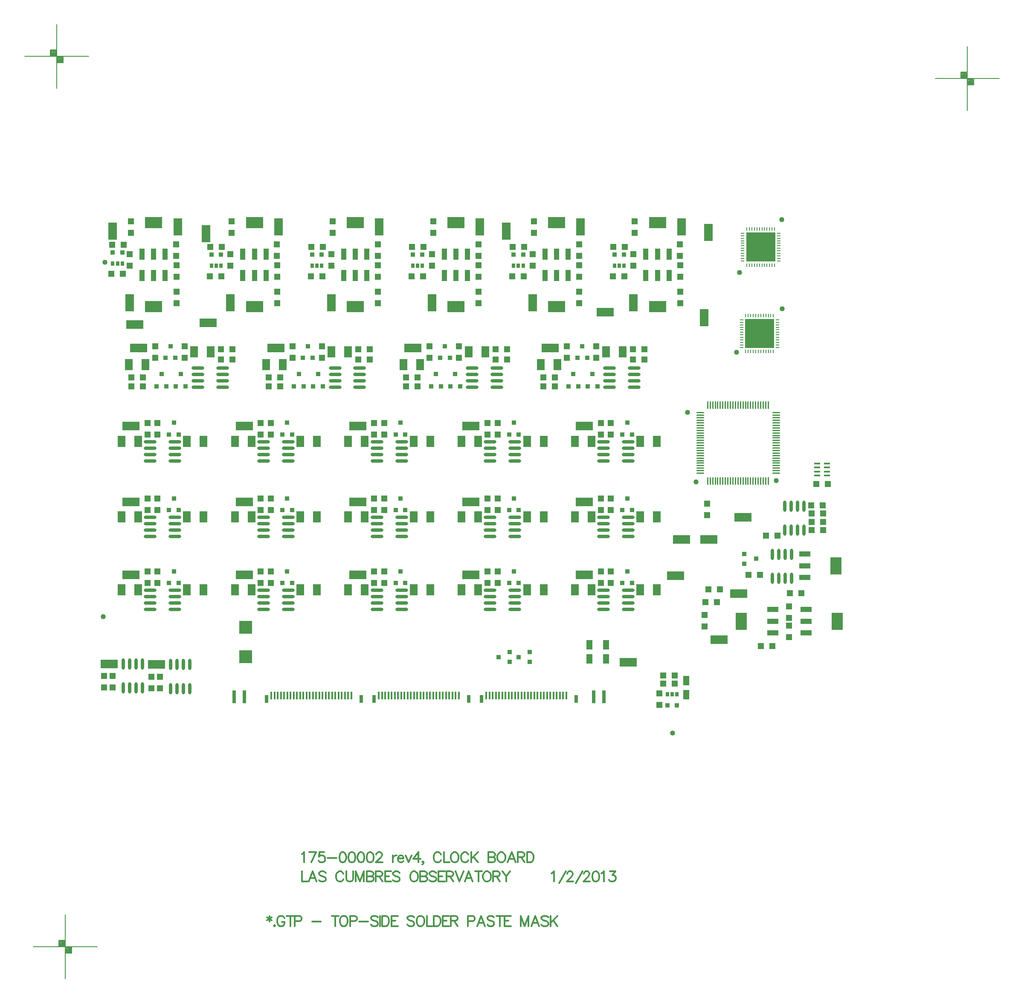
<source format=gtp>
%FSLAX23Y23*%
%MOIN*%
G70*
G01*
G75*
G04 Layer_Color=8421504*
%ADD10O,0.061X0.010*%
%ADD11O,0.010X0.061*%
%ADD12R,0.035X0.037*%
%ADD13R,0.035X0.037*%
%ADD14R,0.085X0.043*%
%ADD15R,0.085X0.043*%
%ADD16R,0.085X0.138*%
%ADD17R,0.135X0.070*%
%ADD18R,0.036X0.036*%
%ADD19R,0.028X0.036*%
%ADD20R,0.036X0.036*%
%ADD21R,0.100X0.100*%
%ADD22R,0.048X0.078*%
%ADD23R,0.060X0.086*%
%ADD24O,0.024X0.087*%
%ADD25R,0.045X0.017*%
%ADD26R,0.030X0.100*%
%ADD27R,0.014X0.060*%
%ADD28R,0.031X0.060*%
%ADD29O,0.008X0.033*%
%ADD30O,0.033X0.008*%
%ADD31R,0.228X0.228*%
%ADD32O,0.098X0.028*%
%ADD33R,0.050X0.050*%
%ADD34R,0.050X0.050*%
%ADD35R,0.037X0.035*%
%ADD36R,0.037X0.035*%
%ADD37R,0.070X0.135*%
%ADD38R,0.138X0.085*%
%ADD39R,0.043X0.085*%
%ADD40R,0.043X0.085*%
%ADD41C,0.040*%
%ADD42C,0.005*%
%ADD43C,0.010*%
%ADD44C,0.020*%
%ADD45C,0.007*%
%ADD46C,0.012*%
%ADD47R,1.181X0.787*%
%ADD48C,0.008*%
%ADD49C,0.012*%
%ADD50C,0.012*%
%ADD51C,0.020*%
%ADD52C,0.026*%
%ADD53C,0.059*%
%ADD54R,0.059X0.059*%
%ADD55C,0.050*%
%ADD56C,0.236*%
%ADD57C,0.024*%
%ADD58C,0.040*%
%ADD59C,0.030*%
%ADD60C,0.033*%
%ADD61C,0.055*%
G04:AMPARAMS|DCode=62|XSize=70mil|YSize=70mil|CornerRadius=0mil|HoleSize=0mil|Usage=FLASHONLY|Rotation=0.000|XOffset=0mil|YOffset=0mil|HoleType=Round|Shape=Relief|Width=10mil|Gap=10mil|Entries=4|*
%AMTHD62*
7,0,0,0.070,0.050,0.010,45*
%
%ADD62THD62*%
G04:AMPARAMS|DCode=63|XSize=95.433mil|YSize=95.433mil|CornerRadius=0mil|HoleSize=0mil|Usage=FLASHONLY|Rotation=0.000|XOffset=0mil|YOffset=0mil|HoleType=Round|Shape=Relief|Width=10mil|Gap=10mil|Entries=4|*
%AMTHD63*
7,0,0,0.095,0.075,0.010,45*
%
%ADD63THD63*%
%ADD64C,0.045*%
%ADD65R,0.065X0.024*%
%ADD66R,0.094X0.102*%
%ADD67R,0.075X0.063*%
%ADD68O,0.028X0.098*%
%ADD69O,0.087X0.024*%
%ADD70R,0.078X0.048*%
%ADD71R,1.181X0.787*%
%ADD72C,0.010*%
%ADD73C,0.024*%
%ADD74C,0.010*%
%ADD75C,0.008*%
%ADD76C,0.006*%
%ADD77R,0.240X0.165*%
D10*
X26074Y18011D02*
D03*
Y17992D02*
D03*
Y17972D02*
D03*
Y17952D02*
D03*
Y17933D02*
D03*
Y17913D02*
D03*
Y17893D02*
D03*
Y17874D02*
D03*
Y17854D02*
D03*
Y17834D02*
D03*
Y17815D02*
D03*
Y17795D02*
D03*
Y17775D02*
D03*
Y17755D02*
D03*
Y17736D02*
D03*
Y17716D02*
D03*
Y17696D02*
D03*
Y17677D02*
D03*
Y17657D02*
D03*
Y17637D02*
D03*
Y17618D02*
D03*
Y17598D02*
D03*
Y17578D02*
D03*
Y17559D02*
D03*
Y17539D02*
D03*
X26667D02*
D03*
Y17559D02*
D03*
Y17578D02*
D03*
Y17598D02*
D03*
Y17618D02*
D03*
Y17637D02*
D03*
Y17657D02*
D03*
Y17677D02*
D03*
Y17696D02*
D03*
Y17716D02*
D03*
Y17736D02*
D03*
Y17755D02*
D03*
Y17775D02*
D03*
Y17795D02*
D03*
Y17815D02*
D03*
Y17834D02*
D03*
Y17854D02*
D03*
Y17874D02*
D03*
Y17893D02*
D03*
Y17913D02*
D03*
Y17933D02*
D03*
Y17952D02*
D03*
Y17972D02*
D03*
Y17992D02*
D03*
Y18011D02*
D03*
D11*
X26134Y17479D02*
D03*
X26154D02*
D03*
X26174D02*
D03*
X26194D02*
D03*
X26213D02*
D03*
X26233D02*
D03*
X26253D02*
D03*
X26272D02*
D03*
X26292D02*
D03*
X26312D02*
D03*
X26331D02*
D03*
X26351D02*
D03*
X26371D02*
D03*
X26390D02*
D03*
X26410D02*
D03*
X26430D02*
D03*
X26449D02*
D03*
X26469D02*
D03*
X26489D02*
D03*
X26508D02*
D03*
X26528D02*
D03*
X26548D02*
D03*
X26568D02*
D03*
X26587D02*
D03*
X26607D02*
D03*
Y18071D02*
D03*
X26587D02*
D03*
X26568D02*
D03*
X26548D02*
D03*
X26528D02*
D03*
X26508D02*
D03*
X26489D02*
D03*
X26469D02*
D03*
X26449D02*
D03*
X26430D02*
D03*
X26410D02*
D03*
X26390D02*
D03*
X26371D02*
D03*
X26351D02*
D03*
X26331D02*
D03*
X26312D02*
D03*
X26292D02*
D03*
X26272D02*
D03*
X26253D02*
D03*
X26233D02*
D03*
X26213D02*
D03*
X26194D02*
D03*
X26174D02*
D03*
X26154D02*
D03*
X26134D02*
D03*
D12*
X25504Y17935D02*
D03*
X25466Y17842D02*
D03*
X25195Y18219D02*
D03*
X25232Y18317D02*
D03*
X24580Y16681D02*
D03*
X24618Y16773D02*
D03*
X23695Y16681D02*
D03*
X23732Y16773D02*
D03*
X23695Y17252D02*
D03*
X23732Y17344D02*
D03*
X22809Y17252D02*
D03*
X22846Y17344D02*
D03*
X25466Y16681D02*
D03*
X25504Y16773D02*
D03*
X22809Y16681D02*
D03*
X22846Y16773D02*
D03*
X21923Y16681D02*
D03*
X21960Y16773D02*
D03*
X25466Y17252D02*
D03*
X25504Y17344D02*
D03*
X24580Y17252D02*
D03*
X24618Y17344D02*
D03*
X21923Y17252D02*
D03*
X21960Y17344D02*
D03*
X21826Y18219D02*
D03*
X21864Y18317D02*
D03*
X22899Y18219D02*
D03*
X22937Y18317D02*
D03*
X23972Y18219D02*
D03*
X24009Y18317D02*
D03*
X25045Y18219D02*
D03*
X25082Y18317D02*
D03*
X21976Y18219D02*
D03*
X22014Y18317D02*
D03*
X23049Y18219D02*
D03*
X23087Y18317D02*
D03*
X24122Y18219D02*
D03*
X24159Y18317D02*
D03*
X21960Y17935D02*
D03*
X21923Y17842D02*
D03*
X23732Y17935D02*
D03*
X23695Y17842D02*
D03*
X24618Y17935D02*
D03*
X24580Y17842D02*
D03*
X21934Y18534D02*
D03*
X21896Y18442D02*
D03*
X23007Y18534D02*
D03*
X22969Y18442D02*
D03*
X24079Y18534D02*
D03*
X24042Y18442D02*
D03*
X25152Y18534D02*
D03*
X25115Y18442D02*
D03*
X22846Y17935D02*
D03*
X22809Y17842D02*
D03*
D13*
X25541D02*
D03*
X25270Y18219D02*
D03*
X24655Y16681D02*
D03*
X23769D02*
D03*
X23769Y17252D02*
D03*
X22884Y17252D02*
D03*
X25541Y16681D02*
D03*
X22884D02*
D03*
X21998D02*
D03*
X25541Y17252D02*
D03*
X24655D02*
D03*
X21998D02*
D03*
X21901Y18219D02*
D03*
X22974D02*
D03*
X24047D02*
D03*
X25120D02*
D03*
X22051D02*
D03*
X23124D02*
D03*
X24197D02*
D03*
X21998Y17842D02*
D03*
X23769D02*
D03*
X24655D02*
D03*
X21971Y18442D02*
D03*
X23044D02*
D03*
X24117D02*
D03*
X25190D02*
D03*
X22884Y17842D02*
D03*
D14*
X26641Y16294D02*
D03*
Y16475D02*
D03*
X26891Y16727D02*
D03*
Y16908D02*
D03*
X26901Y16294D02*
D03*
Y16475D02*
D03*
D15*
X26641Y16384D02*
D03*
X26891Y16817D02*
D03*
X26901Y16384D02*
D03*
D16*
X26396Y16384D02*
D03*
X27135Y16817D02*
D03*
X27146Y16384D02*
D03*
D17*
X22228Y18716D02*
D03*
X24283Y16747D02*
D03*
X23397D02*
D03*
Y17317D02*
D03*
X22511Y17317D02*
D03*
X25169Y16747D02*
D03*
X22511D02*
D03*
X21626D02*
D03*
X25169Y17317D02*
D03*
X24283D02*
D03*
X21626D02*
D03*
X21825Y16045D02*
D03*
X21455Y16050D02*
D03*
X25929Y17024D02*
D03*
X26374Y16599D02*
D03*
X26223Y16239D02*
D03*
X25880Y16738D02*
D03*
X24902Y18518D02*
D03*
X23829D02*
D03*
X22757D02*
D03*
X21684D02*
D03*
X24283Y17908D02*
D03*
X23397D02*
D03*
X21626D02*
D03*
X22511D02*
D03*
X25169D02*
D03*
X21655Y18703D02*
D03*
X25333Y18798D02*
D03*
X26142Y17021D02*
D03*
X26407Y17196D02*
D03*
X25510Y16062D02*
D03*
D18*
X25478Y19248D02*
D03*
X25404D02*
D03*
X25819Y15727D02*
D03*
X25893D02*
D03*
X21557Y19265D02*
D03*
X21483D02*
D03*
X22328Y19248D02*
D03*
X22254D02*
D03*
X23116D02*
D03*
X23042D02*
D03*
X23903D02*
D03*
X23829D02*
D03*
X24690D02*
D03*
X24616D02*
D03*
D19*
X25441Y19162D02*
D03*
X25478D02*
D03*
X25404D02*
D03*
X25856Y15813D02*
D03*
X25819D02*
D03*
X25893D02*
D03*
X21520Y19179D02*
D03*
X21557D02*
D03*
X21483D02*
D03*
X22291Y19162D02*
D03*
X22328D02*
D03*
X22254D02*
D03*
X23079D02*
D03*
X23116D02*
D03*
X23042D02*
D03*
X23866D02*
D03*
X23903D02*
D03*
X23829D02*
D03*
X24653D02*
D03*
X24690D02*
D03*
X24616D02*
D03*
D20*
X24584Y16067D02*
D03*
X24498Y16104D02*
D03*
X24584Y16141D02*
D03*
X24740Y16067D02*
D03*
X24654Y16104D02*
D03*
X24740Y16141D02*
D03*
D21*
X22521Y16106D02*
D03*
Y16336D02*
D03*
D22*
X25209Y16199D02*
D03*
Y16089D02*
D03*
X25966Y15810D02*
D03*
Y15920D02*
D03*
X25337Y16199D02*
D03*
Y16089D02*
D03*
D23*
X25606Y17790D02*
D03*
X25736D02*
D03*
X24850Y16628D02*
D03*
X24720D02*
D03*
X23964D02*
D03*
X23834D02*
D03*
X23964Y17199D02*
D03*
X23834D02*
D03*
X23078Y17199D02*
D03*
X22948D02*
D03*
X24208Y16628D02*
D03*
X24338D02*
D03*
X23322D02*
D03*
X23452D02*
D03*
X23322Y17199D02*
D03*
X23452D02*
D03*
X22437Y17199D02*
D03*
X22567D02*
D03*
X25736Y16628D02*
D03*
X25606D02*
D03*
X23078Y16628D02*
D03*
X22948D02*
D03*
X22193D02*
D03*
X22063D02*
D03*
X25736Y17199D02*
D03*
X25606D02*
D03*
X24850D02*
D03*
X24720D02*
D03*
X22193D02*
D03*
X22063D02*
D03*
X25094Y16628D02*
D03*
X25224D02*
D03*
X22437Y16628D02*
D03*
X22567D02*
D03*
X21551D02*
D03*
X21681D02*
D03*
X25094Y17199D02*
D03*
X25224D02*
D03*
X24208D02*
D03*
X24338D02*
D03*
X21551D02*
D03*
X21681D02*
D03*
Y17790D02*
D03*
X21551D02*
D03*
X23452D02*
D03*
X23322D02*
D03*
X24338D02*
D03*
X24208D02*
D03*
X22063D02*
D03*
X22193D02*
D03*
X23834D02*
D03*
X23964D02*
D03*
X24720D02*
D03*
X24850D02*
D03*
X22249Y18488D02*
D03*
X22119D02*
D03*
X23192D02*
D03*
X23322D02*
D03*
X24394D02*
D03*
X24264D02*
D03*
X25467D02*
D03*
X25337D02*
D03*
X21739Y18388D02*
D03*
X21609D02*
D03*
X22682D02*
D03*
X22812D02*
D03*
X23884D02*
D03*
X23754D02*
D03*
X24957D02*
D03*
X24827D02*
D03*
X22567Y17790D02*
D03*
X22437D02*
D03*
X25224D02*
D03*
X25094D02*
D03*
X22948D02*
D03*
X23078D02*
D03*
D24*
X26885Y17284D02*
D03*
X26835D02*
D03*
X26785D02*
D03*
X26735D02*
D03*
X26885Y17095D02*
D03*
X26835D02*
D03*
X26785D02*
D03*
X26735D02*
D03*
X22085Y16045D02*
D03*
X22035D02*
D03*
X21985D02*
D03*
X21935D02*
D03*
X22085Y15856D02*
D03*
X22035D02*
D03*
X21985D02*
D03*
X21935D02*
D03*
X26788Y16907D02*
D03*
X26738D02*
D03*
X26688D02*
D03*
X26638D02*
D03*
X26788Y16718D02*
D03*
X26738D02*
D03*
X26688D02*
D03*
X26638D02*
D03*
X21715Y16050D02*
D03*
X21665D02*
D03*
X21615D02*
D03*
X21565D02*
D03*
X21715Y15861D02*
D03*
X21665D02*
D03*
X21615D02*
D03*
X21565D02*
D03*
D25*
X26989Y17617D02*
D03*
Y17586D02*
D03*
Y17554D02*
D03*
Y17523D02*
D03*
X27066D02*
D03*
Y17554D02*
D03*
Y17586D02*
D03*
Y17617D02*
D03*
D26*
X25320Y15794D02*
D03*
X25241D02*
D03*
X22510Y15794D02*
D03*
X22431D02*
D03*
D27*
X22722Y15803D02*
D03*
X22747D02*
D03*
X22772D02*
D03*
X22797D02*
D03*
X22822D02*
D03*
X22847D02*
D03*
X22872D02*
D03*
X22897D02*
D03*
X22922D02*
D03*
X22947D02*
D03*
X22972D02*
D03*
X22997D02*
D03*
X23022D02*
D03*
X23047D02*
D03*
X23072D02*
D03*
X23097D02*
D03*
X23122D02*
D03*
X23147D02*
D03*
X23172D02*
D03*
X23197D02*
D03*
X23222D02*
D03*
X23247D02*
D03*
X23272D02*
D03*
X23297D02*
D03*
X23322D02*
D03*
X23347D02*
D03*
X23562D02*
D03*
X23587D02*
D03*
X23612D02*
D03*
X23637D02*
D03*
X23662D02*
D03*
X23687D02*
D03*
X23712D02*
D03*
X23737D02*
D03*
X23762D02*
D03*
X23787D02*
D03*
X23812D02*
D03*
X23837D02*
D03*
X23862D02*
D03*
X23887D02*
D03*
X23912D02*
D03*
X23937D02*
D03*
X23962D02*
D03*
X23987D02*
D03*
X24012D02*
D03*
X24037D02*
D03*
X24062D02*
D03*
X24087D02*
D03*
X24112D02*
D03*
X24137D02*
D03*
X24162D02*
D03*
X24187D02*
D03*
X24403Y15804D02*
D03*
X24428D02*
D03*
X24453D02*
D03*
X24478D02*
D03*
X24503D02*
D03*
X24528D02*
D03*
X24553D02*
D03*
X24578D02*
D03*
X24603D02*
D03*
X24628D02*
D03*
X24653D02*
D03*
X24678D02*
D03*
X24703D02*
D03*
X24728D02*
D03*
X24753D02*
D03*
X24778D02*
D03*
X24803D02*
D03*
X24828D02*
D03*
X24853D02*
D03*
X24878D02*
D03*
X24903D02*
D03*
X24928D02*
D03*
X24953D02*
D03*
X24978D02*
D03*
X25003D02*
D03*
X25028D02*
D03*
D28*
X25105Y15776D02*
D03*
X24365D02*
D03*
X24265D02*
D03*
X23525D02*
D03*
X23425D02*
D03*
X22685D02*
D03*
D29*
X26616Y19167D02*
D03*
X26438D02*
D03*
X26458D02*
D03*
X26478D02*
D03*
X26498D02*
D03*
X26517D02*
D03*
X26537D02*
D03*
X26557D02*
D03*
X26576D02*
D03*
X26596D02*
D03*
X26635D02*
D03*
X26655D02*
D03*
Y19449D02*
D03*
X26635D02*
D03*
X26616D02*
D03*
X26596D02*
D03*
X26576D02*
D03*
X26557D02*
D03*
X26537D02*
D03*
X26517D02*
D03*
X26498D02*
D03*
X26478D02*
D03*
X26458D02*
D03*
X26438D02*
D03*
X26429Y18491D02*
D03*
X26449D02*
D03*
X26469D02*
D03*
X26489D02*
D03*
X26508D02*
D03*
X26528D02*
D03*
X26548D02*
D03*
X26567D02*
D03*
X26587D02*
D03*
X26607D02*
D03*
X26626D02*
D03*
X26646D02*
D03*
Y18772D02*
D03*
X26626D02*
D03*
X26607D02*
D03*
X26587D02*
D03*
X26567D02*
D03*
X26548D02*
D03*
X26528D02*
D03*
X26508D02*
D03*
X26489D02*
D03*
X26469D02*
D03*
X26449D02*
D03*
X26429D02*
D03*
D30*
X26406Y19200D02*
D03*
Y19416D02*
D03*
Y19397D02*
D03*
Y19377D02*
D03*
Y19357D02*
D03*
Y19338D02*
D03*
Y19318D02*
D03*
Y19298D02*
D03*
Y19278D02*
D03*
Y19259D02*
D03*
Y19239D02*
D03*
Y19219D02*
D03*
X26688Y19200D02*
D03*
Y19219D02*
D03*
Y19239D02*
D03*
Y19259D02*
D03*
Y19278D02*
D03*
Y19298D02*
D03*
Y19318D02*
D03*
Y19338D02*
D03*
Y19357D02*
D03*
Y19377D02*
D03*
Y19397D02*
D03*
Y19416D02*
D03*
X26397Y18740D02*
D03*
Y18720D02*
D03*
Y18700D02*
D03*
Y18680D02*
D03*
Y18661D02*
D03*
Y18641D02*
D03*
Y18621D02*
D03*
Y18602D02*
D03*
Y18582D02*
D03*
Y18562D02*
D03*
Y18543D02*
D03*
Y18523D02*
D03*
X26679D02*
D03*
Y18543D02*
D03*
Y18562D02*
D03*
Y18582D02*
D03*
Y18602D02*
D03*
Y18621D02*
D03*
Y18641D02*
D03*
Y18661D02*
D03*
Y18680D02*
D03*
Y18700D02*
D03*
Y18720D02*
D03*
Y18740D02*
D03*
D31*
X26547Y19308D02*
D03*
X26538Y18631D02*
D03*
D32*
X25511Y17636D02*
D03*
Y17686D02*
D03*
Y17736D02*
D03*
Y17786D02*
D03*
X25319Y17636D02*
D03*
Y17686D02*
D03*
Y17736D02*
D03*
Y17786D02*
D03*
X24433Y16625D02*
D03*
Y16575D02*
D03*
Y16525D02*
D03*
Y16475D02*
D03*
X24626Y16625D02*
D03*
Y16575D02*
D03*
Y16525D02*
D03*
Y16475D02*
D03*
X23547Y16625D02*
D03*
Y16575D02*
D03*
Y16525D02*
D03*
Y16475D02*
D03*
X23740Y16625D02*
D03*
Y16575D02*
D03*
Y16525D02*
D03*
Y16475D02*
D03*
X23547Y17196D02*
D03*
Y17146D02*
D03*
Y17096D02*
D03*
Y17046D02*
D03*
X23740Y17196D02*
D03*
Y17146D02*
D03*
Y17096D02*
D03*
Y17046D02*
D03*
X22661Y17196D02*
D03*
Y17146D02*
D03*
Y17096D02*
D03*
Y17046D02*
D03*
X22854Y17196D02*
D03*
Y17146D02*
D03*
Y17096D02*
D03*
Y17046D02*
D03*
X25319Y16625D02*
D03*
Y16575D02*
D03*
Y16525D02*
D03*
Y16475D02*
D03*
X25511Y16625D02*
D03*
Y16575D02*
D03*
Y16525D02*
D03*
Y16475D02*
D03*
X22661Y16625D02*
D03*
Y16575D02*
D03*
Y16525D02*
D03*
Y16475D02*
D03*
X22854Y16625D02*
D03*
Y16575D02*
D03*
Y16525D02*
D03*
Y16475D02*
D03*
X21775Y16625D02*
D03*
Y16575D02*
D03*
Y16525D02*
D03*
Y16475D02*
D03*
X21968Y16625D02*
D03*
Y16575D02*
D03*
Y16525D02*
D03*
Y16475D02*
D03*
X25319Y17196D02*
D03*
Y17146D02*
D03*
Y17096D02*
D03*
Y17046D02*
D03*
X25511Y17196D02*
D03*
Y17146D02*
D03*
Y17096D02*
D03*
Y17046D02*
D03*
X24433Y17196D02*
D03*
Y17146D02*
D03*
Y17096D02*
D03*
Y17046D02*
D03*
X24626Y17196D02*
D03*
Y17146D02*
D03*
Y17096D02*
D03*
Y17046D02*
D03*
X21775Y17196D02*
D03*
Y17146D02*
D03*
Y17096D02*
D03*
Y17046D02*
D03*
X21968Y17196D02*
D03*
Y17146D02*
D03*
Y17096D02*
D03*
Y17046D02*
D03*
X21968Y17636D02*
D03*
Y17686D02*
D03*
Y17736D02*
D03*
Y17786D02*
D03*
X21775Y17636D02*
D03*
Y17686D02*
D03*
Y17736D02*
D03*
Y17786D02*
D03*
X23740Y17636D02*
D03*
Y17686D02*
D03*
Y17736D02*
D03*
Y17786D02*
D03*
X23547Y17636D02*
D03*
Y17686D02*
D03*
Y17736D02*
D03*
Y17786D02*
D03*
X24626Y17636D02*
D03*
Y17686D02*
D03*
Y17736D02*
D03*
Y17786D02*
D03*
X24433Y17636D02*
D03*
Y17686D02*
D03*
Y17736D02*
D03*
Y17786D02*
D03*
X22340Y18213D02*
D03*
Y18263D02*
D03*
Y18313D02*
D03*
Y18363D02*
D03*
X22147Y18213D02*
D03*
Y18263D02*
D03*
Y18313D02*
D03*
Y18363D02*
D03*
X23413Y18213D02*
D03*
Y18263D02*
D03*
Y18313D02*
D03*
Y18363D02*
D03*
X23220Y18213D02*
D03*
Y18263D02*
D03*
Y18313D02*
D03*
Y18363D02*
D03*
X24486Y18213D02*
D03*
Y18263D02*
D03*
Y18313D02*
D03*
Y18363D02*
D03*
X24293Y18213D02*
D03*
Y18263D02*
D03*
Y18313D02*
D03*
Y18363D02*
D03*
X25559Y18213D02*
D03*
Y18263D02*
D03*
Y18313D02*
D03*
Y18363D02*
D03*
X25366Y18213D02*
D03*
Y18263D02*
D03*
Y18313D02*
D03*
Y18363D02*
D03*
X22854Y17636D02*
D03*
Y17686D02*
D03*
Y17736D02*
D03*
Y17786D02*
D03*
X22661Y17636D02*
D03*
Y17686D02*
D03*
Y17736D02*
D03*
Y17786D02*
D03*
D33*
X26114Y16532D02*
D03*
X26204D02*
D03*
X26138Y16633D02*
D03*
X26228D02*
D03*
X26453Y16746D02*
D03*
X26543D02*
D03*
X26865Y16604D02*
D03*
X26775D02*
D03*
X27032Y17290D02*
D03*
X26942D02*
D03*
X26980Y17457D02*
D03*
X27070D02*
D03*
X26945Y17225D02*
D03*
X27035D02*
D03*
X22329Y18508D02*
D03*
X22419D02*
D03*
X23492D02*
D03*
X23402D02*
D03*
X24474D02*
D03*
X24564D02*
D03*
X25547D02*
D03*
X25637D02*
D03*
X21719Y18218D02*
D03*
X21629D02*
D03*
X22702D02*
D03*
X22792D02*
D03*
X23864D02*
D03*
X23774D02*
D03*
X24937D02*
D03*
X24847D02*
D03*
X21629Y18288D02*
D03*
X21719D02*
D03*
X22702D02*
D03*
X22792D02*
D03*
X23774D02*
D03*
X23864D02*
D03*
X24847D02*
D03*
X24937D02*
D03*
X22419Y18428D02*
D03*
X22329D02*
D03*
X23492D02*
D03*
X23402D02*
D03*
X24564D02*
D03*
X24474D02*
D03*
X25637D02*
D03*
X25547D02*
D03*
X21563Y19099D02*
D03*
X21473D02*
D03*
X22333Y19080D02*
D03*
X22243D02*
D03*
X23121D02*
D03*
X23031D02*
D03*
X23908D02*
D03*
X23818D02*
D03*
X24695D02*
D03*
X24605D02*
D03*
X25393D02*
D03*
X25483D02*
D03*
X26945Y17160D02*
D03*
X27035D02*
D03*
X27035Y17095D02*
D03*
X26945D02*
D03*
X25786Y15960D02*
D03*
X25876D02*
D03*
X25786Y15895D02*
D03*
X25876D02*
D03*
X21478Y19325D02*
D03*
X21568D02*
D03*
X22246Y19308D02*
D03*
X22336D02*
D03*
X23034D02*
D03*
X23124D02*
D03*
X23821D02*
D03*
X23911D02*
D03*
X24608D02*
D03*
X24698D02*
D03*
X25396D02*
D03*
X25486D02*
D03*
X26637Y16188D02*
D03*
X26547D02*
D03*
X26588Y17051D02*
D03*
X26678D02*
D03*
D34*
X26107Y16431D02*
D03*
Y16341D02*
D03*
X24411Y16772D02*
D03*
Y16682D02*
D03*
X23525Y16772D02*
D03*
Y16682D02*
D03*
Y17343D02*
D03*
Y17253D02*
D03*
X22639Y17343D02*
D03*
Y17253D02*
D03*
X24490Y16772D02*
D03*
Y16682D02*
D03*
X23604Y16772D02*
D03*
Y16682D02*
D03*
Y17343D02*
D03*
Y17253D02*
D03*
X22718Y17343D02*
D03*
Y17253D02*
D03*
X25297Y16772D02*
D03*
Y16682D02*
D03*
X22639Y16772D02*
D03*
Y16682D02*
D03*
X21754Y16772D02*
D03*
Y16682D02*
D03*
X25297Y17343D02*
D03*
Y17253D02*
D03*
X24411Y17343D02*
D03*
Y17253D02*
D03*
X21754Y17343D02*
D03*
Y17253D02*
D03*
X25376Y16772D02*
D03*
Y16682D02*
D03*
X22718Y16772D02*
D03*
Y16682D02*
D03*
X21832Y16772D02*
D03*
Y16682D02*
D03*
X25376Y17343D02*
D03*
Y17253D02*
D03*
X24490Y17343D02*
D03*
Y17253D02*
D03*
X21832Y17343D02*
D03*
Y17253D02*
D03*
Y17843D02*
D03*
Y17933D02*
D03*
X23604Y17843D02*
D03*
Y17933D02*
D03*
X24490Y17843D02*
D03*
Y17933D02*
D03*
X21754Y17843D02*
D03*
Y17933D02*
D03*
X23525Y17843D02*
D03*
Y17933D02*
D03*
X24411Y17843D02*
D03*
Y17933D02*
D03*
X21814Y18443D02*
D03*
Y18533D02*
D03*
X22887Y18443D02*
D03*
Y18533D02*
D03*
X23959Y18443D02*
D03*
Y18533D02*
D03*
X25032Y18443D02*
D03*
Y18533D02*
D03*
X22044Y18443D02*
D03*
Y18533D02*
D03*
X23117Y18443D02*
D03*
Y18533D02*
D03*
X24189Y18443D02*
D03*
Y18533D02*
D03*
X25262Y18443D02*
D03*
Y18533D02*
D03*
X21415Y15955D02*
D03*
Y15865D02*
D03*
X26127Y17212D02*
D03*
Y17302D02*
D03*
X21616Y19164D02*
D03*
Y19254D02*
D03*
X22403Y19164D02*
D03*
Y19254D02*
D03*
X23190Y19164D02*
D03*
Y19254D02*
D03*
X23978Y19164D02*
D03*
Y19254D02*
D03*
X24765Y19164D02*
D03*
Y19254D02*
D03*
X25553Y19164D02*
D03*
Y19254D02*
D03*
X21980Y19075D02*
D03*
Y19165D02*
D03*
X22767Y19075D02*
D03*
Y19165D02*
D03*
X23555Y19075D02*
D03*
Y19165D02*
D03*
X24342Y19075D02*
D03*
Y19165D02*
D03*
X25129Y19075D02*
D03*
Y19165D02*
D03*
X25917Y19075D02*
D03*
Y19165D02*
D03*
X25756Y15820D02*
D03*
Y15730D02*
D03*
X21625Y19510D02*
D03*
Y19420D02*
D03*
X22413Y19510D02*
D03*
Y19420D02*
D03*
X23200Y19510D02*
D03*
Y19420D02*
D03*
X23988Y19510D02*
D03*
Y19420D02*
D03*
X24775Y19510D02*
D03*
Y19420D02*
D03*
X25562Y19510D02*
D03*
Y19420D02*
D03*
X21979Y19330D02*
D03*
Y19240D02*
D03*
X22766Y19330D02*
D03*
Y19240D02*
D03*
X23554Y19330D02*
D03*
Y19240D02*
D03*
X24341Y19330D02*
D03*
Y19240D02*
D03*
X25128Y19330D02*
D03*
Y19240D02*
D03*
X25916Y19330D02*
D03*
Y19240D02*
D03*
X21980Y18959D02*
D03*
Y18869D02*
D03*
X22767Y18959D02*
D03*
Y18869D02*
D03*
X23555Y18959D02*
D03*
Y18869D02*
D03*
X24342Y18959D02*
D03*
Y18869D02*
D03*
X25129Y18959D02*
D03*
Y18869D02*
D03*
X25917D02*
D03*
Y18959D02*
D03*
X26768Y16349D02*
D03*
Y16259D02*
D03*
Y16499D02*
D03*
Y16409D02*
D03*
X21850Y15860D02*
D03*
Y15950D02*
D03*
X21785Y15950D02*
D03*
Y15860D02*
D03*
X21480Y15865D02*
D03*
Y15955D02*
D03*
X22718Y17843D02*
D03*
Y17933D02*
D03*
X25376Y17843D02*
D03*
Y17933D02*
D03*
X22639Y17843D02*
D03*
Y17933D02*
D03*
X25297Y17843D02*
D03*
Y17933D02*
D03*
D35*
X26512Y16872D02*
D03*
X26419Y16909D02*
D03*
D36*
X26419Y16834D02*
D03*
D37*
X25553Y18873D02*
D03*
X24765D02*
D03*
X23978D02*
D03*
X23190D02*
D03*
X22403D02*
D03*
X21616D02*
D03*
X25927Y19465D02*
D03*
X25139D02*
D03*
X24352D02*
D03*
X23564D02*
D03*
X22777D02*
D03*
X21990D02*
D03*
X22212Y19411D02*
D03*
X24559Y19434D02*
D03*
X26137Y19422D02*
D03*
X21480Y19433D02*
D03*
X26105Y18755D02*
D03*
D38*
X21803Y19498D02*
D03*
X22590Y19498D02*
D03*
X23377Y19498D02*
D03*
X24165Y19498D02*
D03*
X24952Y19498D02*
D03*
X25740Y19498D02*
D03*
X21803Y18841D02*
D03*
X22590D02*
D03*
X23377D02*
D03*
X24165D02*
D03*
X24952D02*
D03*
X25740D02*
D03*
D39*
X21893Y19254D02*
D03*
X21712D02*
D03*
X22681Y19254D02*
D03*
X22499D02*
D03*
X23468Y19254D02*
D03*
X23287D02*
D03*
X24255Y19254D02*
D03*
X24074D02*
D03*
X25043Y19254D02*
D03*
X24862D02*
D03*
X25649Y19254D02*
D03*
X25830D02*
D03*
X21712Y19085D02*
D03*
X21893D02*
D03*
X22499D02*
D03*
X22681D02*
D03*
X23287D02*
D03*
X23468D02*
D03*
X24074D02*
D03*
X24255D02*
D03*
X24862D02*
D03*
X25043D02*
D03*
X25649Y19085D02*
D03*
X25830D02*
D03*
D40*
X21803Y19254D02*
D03*
X22590Y19254D02*
D03*
X23377Y19254D02*
D03*
X24165Y19254D02*
D03*
X24952Y19254D02*
D03*
X25740Y19254D02*
D03*
X21803Y19085D02*
D03*
X22590D02*
D03*
X23377D02*
D03*
X24165D02*
D03*
X24952D02*
D03*
X25740Y19085D02*
D03*
D41*
X21423Y19190D02*
D03*
X21409Y16420D02*
D03*
X25857Y15508D02*
D03*
X26668Y17483D02*
D03*
X26043Y17471D02*
D03*
X25975Y18017D02*
D03*
X26715Y18825D02*
D03*
X26358Y18487D02*
D03*
X26713Y19524D02*
D03*
X26381Y19110D02*
D03*
D48*
X20861Y13840D02*
X21361D01*
X21111Y13590D02*
Y14090D01*
X21061Y13840D02*
Y13890D01*
X21111D01*
X21161Y13790D02*
Y13840D01*
X21111Y13790D02*
X21161D01*
X21116Y13835D02*
X21156D01*
Y13795D02*
Y13835D01*
X21116Y13795D02*
X21156D01*
X21116D02*
Y13835D01*
X21121Y13830D02*
X21151D01*
Y13800D02*
Y13830D01*
X21121Y13800D02*
X21151D01*
X21121D02*
Y13825D01*
X21126D02*
X21146D01*
Y13805D02*
Y13825D01*
X21126Y13805D02*
X21146D01*
X21126D02*
Y13820D01*
X21131D02*
X21141D01*
Y13810D02*
Y13820D01*
X21131Y13810D02*
X21141D01*
X21131D02*
Y13820D01*
Y13815D02*
X21141D01*
X21066Y13885D02*
X21106D01*
Y13845D02*
Y13885D01*
X21066Y13845D02*
X21106D01*
X21066D02*
Y13885D01*
X21071Y13880D02*
X21101D01*
Y13850D02*
Y13880D01*
X21071Y13850D02*
X21101D01*
X21071D02*
Y13875D01*
X21076D02*
X21096D01*
Y13855D02*
Y13875D01*
X21076Y13855D02*
X21096D01*
X21076D02*
Y13870D01*
X21081D02*
X21091D01*
Y13860D02*
Y13870D01*
X21081Y13860D02*
X21091D01*
X21081D02*
Y13870D01*
Y13865D02*
X21091D01*
X20796Y20800D02*
X21296D01*
X21046Y20550D02*
Y21050D01*
X20996Y20800D02*
Y20850D01*
X21046D01*
X21096Y20750D02*
Y20800D01*
X21046Y20750D02*
X21096D01*
X21051Y20795D02*
X21091D01*
Y20755D02*
Y20795D01*
X21051Y20755D02*
X21091D01*
X21051D02*
Y20795D01*
X21056Y20790D02*
X21086D01*
Y20760D02*
Y20790D01*
X21056Y20760D02*
X21086D01*
X21056D02*
Y20785D01*
X21061D02*
X21081D01*
Y20765D02*
Y20785D01*
X21061Y20765D02*
X21081D01*
X21061D02*
Y20780D01*
X21066D02*
X21076D01*
Y20770D02*
Y20780D01*
X21066Y20770D02*
X21076D01*
X21066D02*
Y20780D01*
Y20775D02*
X21076D01*
X21001Y20845D02*
X21041D01*
Y20805D02*
Y20845D01*
X21001Y20805D02*
X21041D01*
X21001D02*
Y20845D01*
X21006Y20840D02*
X21036D01*
Y20810D02*
Y20840D01*
X21006Y20810D02*
X21036D01*
X21006D02*
Y20835D01*
X21011D02*
X21031D01*
Y20815D02*
Y20835D01*
X21011Y20815D02*
X21031D01*
X21011D02*
Y20830D01*
X21016D02*
X21026D01*
Y20820D02*
Y20830D01*
X21016Y20820D02*
X21026D01*
X21016D02*
Y20830D01*
Y20825D02*
X21026D01*
X27911Y20625D02*
X28411D01*
X28161Y20375D02*
Y20875D01*
X28111Y20625D02*
Y20675D01*
X28161D01*
X28211Y20575D02*
Y20625D01*
X28161Y20575D02*
X28211D01*
X28166Y20620D02*
X28206D01*
Y20580D02*
Y20620D01*
X28166Y20580D02*
X28206D01*
X28166D02*
Y20620D01*
X28171Y20615D02*
X28201D01*
Y20585D02*
Y20615D01*
X28171Y20585D02*
X28201D01*
X28171D02*
Y20610D01*
X28176D02*
X28196D01*
Y20590D02*
Y20610D01*
X28176Y20590D02*
X28196D01*
X28176D02*
Y20605D01*
X28181D02*
X28191D01*
Y20595D02*
Y20605D01*
X28181Y20595D02*
X28191D01*
X28181D02*
Y20605D01*
Y20600D02*
X28191D01*
X28116Y20670D02*
X28156D01*
Y20630D02*
Y20670D01*
X28116Y20630D02*
X28156D01*
X28116D02*
Y20670D01*
X28121Y20665D02*
X28151D01*
Y20635D02*
Y20665D01*
X28121Y20635D02*
X28151D01*
X28121D02*
Y20660D01*
X28126D02*
X28146D01*
Y20640D02*
Y20660D01*
X28126Y20640D02*
X28146D01*
X28126D02*
Y20655D01*
X28131D02*
X28141D01*
Y20645D02*
Y20655D01*
X28131Y20645D02*
X28141D01*
X28131D02*
Y20655D01*
Y20650D02*
X28141D01*
D49*
X22960Y14428D02*
Y14348D01*
X23006D01*
X23076D02*
X23045Y14428D01*
X23015Y14348D01*
X23026Y14375D02*
X23064D01*
X23148Y14417D02*
X23140Y14424D01*
X23129Y14428D01*
X23113D01*
X23102Y14424D01*
X23094Y14417D01*
Y14409D01*
X23098Y14401D01*
X23102Y14398D01*
X23110Y14394D01*
X23132Y14386D01*
X23140Y14382D01*
X23144Y14379D01*
X23148Y14371D01*
Y14360D01*
X23140Y14352D01*
X23129Y14348D01*
X23113D01*
X23102Y14352D01*
X23094Y14360D01*
X23286Y14409D02*
X23282Y14417D01*
X23274Y14424D01*
X23267Y14428D01*
X23251D01*
X23244Y14424D01*
X23236Y14417D01*
X23232Y14409D01*
X23228Y14398D01*
Y14379D01*
X23232Y14367D01*
X23236Y14360D01*
X23244Y14352D01*
X23251Y14348D01*
X23267D01*
X23274Y14352D01*
X23282Y14360D01*
X23286Y14367D01*
X23308Y14428D02*
Y14371D01*
X23312Y14360D01*
X23319Y14352D01*
X23331Y14348D01*
X23339D01*
X23350Y14352D01*
X23358Y14360D01*
X23361Y14371D01*
Y14428D01*
X23383D02*
Y14348D01*
Y14428D02*
X23414Y14348D01*
X23444Y14428D02*
X23414Y14348D01*
X23444Y14428D02*
Y14348D01*
X23467Y14428D02*
Y14348D01*
Y14428D02*
X23502D01*
X23513Y14424D01*
X23517Y14420D01*
X23521Y14413D01*
Y14405D01*
X23517Y14398D01*
X23513Y14394D01*
X23502Y14390D01*
X23467D02*
X23502D01*
X23513Y14386D01*
X23517Y14382D01*
X23521Y14375D01*
Y14363D01*
X23517Y14356D01*
X23513Y14352D01*
X23502Y14348D01*
X23467D01*
X23538Y14428D02*
Y14348D01*
Y14428D02*
X23573D01*
X23584Y14424D01*
X23588Y14420D01*
X23592Y14413D01*
Y14405D01*
X23588Y14398D01*
X23584Y14394D01*
X23573Y14390D01*
X23538D01*
X23565D02*
X23592Y14348D01*
X23659Y14428D02*
X23610D01*
Y14348D01*
X23659D01*
X23610Y14390D02*
X23640D01*
X23726Y14417D02*
X23718Y14424D01*
X23707Y14428D01*
X23692D01*
X23680Y14424D01*
X23673Y14417D01*
Y14409D01*
X23676Y14401D01*
X23680Y14398D01*
X23688Y14394D01*
X23711Y14386D01*
X23718Y14382D01*
X23722Y14379D01*
X23726Y14371D01*
Y14360D01*
X23718Y14352D01*
X23707Y14348D01*
X23692D01*
X23680Y14352D01*
X23673Y14360D01*
X23829Y14428D02*
X23822Y14424D01*
X23814Y14417D01*
X23810Y14409D01*
X23807Y14398D01*
Y14379D01*
X23810Y14367D01*
X23814Y14360D01*
X23822Y14352D01*
X23829Y14348D01*
X23845D01*
X23852Y14352D01*
X23860Y14360D01*
X23864Y14367D01*
X23868Y14379D01*
Y14398D01*
X23864Y14409D01*
X23860Y14417D01*
X23852Y14424D01*
X23845Y14428D01*
X23829D01*
X23886D02*
Y14348D01*
Y14428D02*
X23920D01*
X23932Y14424D01*
X23936Y14420D01*
X23940Y14413D01*
Y14405D01*
X23936Y14398D01*
X23932Y14394D01*
X23920Y14390D01*
X23886D02*
X23920D01*
X23932Y14386D01*
X23936Y14382D01*
X23940Y14375D01*
Y14363D01*
X23936Y14356D01*
X23932Y14352D01*
X23920Y14348D01*
X23886D01*
X24011Y14417D02*
X24003Y14424D01*
X23992Y14428D01*
X23976D01*
X23965Y14424D01*
X23957Y14417D01*
Y14409D01*
X23961Y14401D01*
X23965Y14398D01*
X23973Y14394D01*
X23996Y14386D01*
X24003Y14382D01*
X24007Y14379D01*
X24011Y14371D01*
Y14360D01*
X24003Y14352D01*
X23992Y14348D01*
X23976D01*
X23965Y14352D01*
X23957Y14360D01*
X24078Y14428D02*
X24029D01*
Y14348D01*
X24078D01*
X24029Y14390D02*
X24059D01*
X24091Y14428D02*
Y14348D01*
Y14428D02*
X24126D01*
X24137Y14424D01*
X24141Y14420D01*
X24145Y14413D01*
Y14405D01*
X24141Y14398D01*
X24137Y14394D01*
X24126Y14390D01*
X24091D01*
X24118D02*
X24145Y14348D01*
X24163Y14428D02*
X24193Y14348D01*
X24224Y14428D02*
X24193Y14348D01*
X24295D02*
X24264Y14428D01*
X24234Y14348D01*
X24245Y14375D02*
X24283D01*
X24340Y14428D02*
Y14348D01*
X24314Y14428D02*
X24367D01*
X24399D02*
X24392Y14424D01*
X24384Y14417D01*
X24380Y14409D01*
X24376Y14398D01*
Y14379D01*
X24380Y14367D01*
X24384Y14360D01*
X24392Y14352D01*
X24399Y14348D01*
X24414D01*
X24422Y14352D01*
X24430Y14360D01*
X24434Y14367D01*
X24437Y14379D01*
Y14398D01*
X24434Y14409D01*
X24430Y14417D01*
X24422Y14424D01*
X24414Y14428D01*
X24399D01*
X24456D02*
Y14348D01*
Y14428D02*
X24490D01*
X24502Y14424D01*
X24505Y14420D01*
X24509Y14413D01*
Y14405D01*
X24505Y14398D01*
X24502Y14394D01*
X24490Y14390D01*
X24456D01*
X24483D02*
X24509Y14348D01*
X24527Y14428D02*
X24558Y14390D01*
Y14348D01*
X24588Y14428D02*
X24558Y14390D01*
X24913Y14413D02*
X24920Y14417D01*
X24932Y14428D01*
Y14348D01*
X24971Y14337D02*
X25025Y14428D01*
X25034Y14409D02*
Y14413D01*
X25038Y14420D01*
X25041Y14424D01*
X25049Y14428D01*
X25064D01*
X25072Y14424D01*
X25076Y14420D01*
X25079Y14413D01*
Y14405D01*
X25076Y14398D01*
X25068Y14386D01*
X25030Y14348D01*
X25083D01*
X25101Y14337D02*
X25154Y14428D01*
X25164Y14409D02*
Y14413D01*
X25167Y14420D01*
X25171Y14424D01*
X25179Y14428D01*
X25194D01*
X25202Y14424D01*
X25206Y14420D01*
X25209Y14413D01*
Y14405D01*
X25206Y14398D01*
X25198Y14386D01*
X25160Y14348D01*
X25213D01*
X25254Y14428D02*
X25242Y14424D01*
X25235Y14413D01*
X25231Y14394D01*
Y14382D01*
X25235Y14363D01*
X25242Y14352D01*
X25254Y14348D01*
X25262D01*
X25273Y14352D01*
X25281Y14363D01*
X25284Y14382D01*
Y14394D01*
X25281Y14413D01*
X25273Y14424D01*
X25262Y14428D01*
X25254D01*
X25302Y14413D02*
X25310Y14417D01*
X25321Y14428D01*
Y14348D01*
X25369Y14428D02*
X25410D01*
X25388Y14398D01*
X25399D01*
X25407Y14394D01*
X25410Y14390D01*
X25414Y14379D01*
Y14371D01*
X25410Y14360D01*
X25403Y14352D01*
X25391Y14348D01*
X25380D01*
X25369Y14352D01*
X25365Y14356D01*
X25361Y14363D01*
D50*
X22707Y14080D02*
Y14035D01*
X22688Y14069D02*
X22726Y14046D01*
Y14069D02*
X22688Y14046D01*
X22747Y14008D02*
X22743Y14004D01*
X22747Y14000D01*
X22750Y14004D01*
X22747Y14008D01*
X22825Y14061D02*
X22821Y14069D01*
X22814Y14077D01*
X22806Y14080D01*
X22791D01*
X22783Y14077D01*
X22775Y14069D01*
X22772Y14061D01*
X22768Y14050D01*
Y14031D01*
X22772Y14020D01*
X22775Y14012D01*
X22783Y14004D01*
X22791Y14000D01*
X22806D01*
X22814Y14004D01*
X22821Y14012D01*
X22825Y14020D01*
Y14031D01*
X22806D02*
X22825D01*
X22870Y14080D02*
Y14000D01*
X22843Y14080D02*
X22897D01*
X22906Y14039D02*
X22940D01*
X22952Y14042D01*
X22956Y14046D01*
X22959Y14054D01*
Y14065D01*
X22956Y14073D01*
X22952Y14077D01*
X22940Y14080D01*
X22906D01*
Y14000D01*
X23040Y14035D02*
X23109D01*
X23222Y14080D02*
Y14000D01*
X23195Y14080D02*
X23249D01*
X23281D02*
X23273Y14077D01*
X23266Y14069D01*
X23262Y14061D01*
X23258Y14050D01*
Y14031D01*
X23262Y14020D01*
X23266Y14012D01*
X23273Y14004D01*
X23281Y14000D01*
X23296D01*
X23304Y14004D01*
X23311Y14012D01*
X23315Y14020D01*
X23319Y14031D01*
Y14050D01*
X23315Y14061D01*
X23311Y14069D01*
X23304Y14077D01*
X23296Y14080D01*
X23281D01*
X23338Y14039D02*
X23372D01*
X23383Y14042D01*
X23387Y14046D01*
X23391Y14054D01*
Y14065D01*
X23387Y14073D01*
X23383Y14077D01*
X23372Y14080D01*
X23338D01*
Y14000D01*
X23409Y14035D02*
X23477D01*
X23554Y14069D02*
X23547Y14077D01*
X23535Y14080D01*
X23520D01*
X23509Y14077D01*
X23501Y14069D01*
Y14061D01*
X23505Y14054D01*
X23509Y14050D01*
X23516Y14046D01*
X23539Y14039D01*
X23547Y14035D01*
X23551Y14031D01*
X23554Y14023D01*
Y14012D01*
X23547Y14004D01*
X23535Y14000D01*
X23520D01*
X23509Y14004D01*
X23501Y14012D01*
X23572Y14080D02*
Y14000D01*
X23589Y14080D02*
Y14000D01*
Y14080D02*
X23616D01*
X23627Y14077D01*
X23635Y14069D01*
X23639Y14061D01*
X23642Y14050D01*
Y14031D01*
X23639Y14020D01*
X23635Y14012D01*
X23627Y14004D01*
X23616Y14000D01*
X23589D01*
X23710Y14080D02*
X23660D01*
Y14000D01*
X23710D01*
X23660Y14042D02*
X23691D01*
X23839Y14069D02*
X23832Y14077D01*
X23820Y14080D01*
X23805D01*
X23794Y14077D01*
X23786Y14069D01*
Y14061D01*
X23790Y14054D01*
X23794Y14050D01*
X23801Y14046D01*
X23824Y14039D01*
X23832Y14035D01*
X23835Y14031D01*
X23839Y14023D01*
Y14012D01*
X23832Y14004D01*
X23820Y14000D01*
X23805D01*
X23794Y14004D01*
X23786Y14012D01*
X23880Y14080D02*
X23872Y14077D01*
X23865Y14069D01*
X23861Y14061D01*
X23857Y14050D01*
Y14031D01*
X23861Y14020D01*
X23865Y14012D01*
X23872Y14004D01*
X23880Y14000D01*
X23895D01*
X23903Y14004D01*
X23910Y14012D01*
X23914Y14020D01*
X23918Y14031D01*
Y14050D01*
X23914Y14061D01*
X23910Y14069D01*
X23903Y14077D01*
X23895Y14080D01*
X23880D01*
X23937D02*
Y14000D01*
X23982D01*
X23991Y14080D02*
Y14000D01*
Y14080D02*
X24018D01*
X24029Y14077D01*
X24037Y14069D01*
X24041Y14061D01*
X24045Y14050D01*
Y14031D01*
X24041Y14020D01*
X24037Y14012D01*
X24029Y14004D01*
X24018Y14000D01*
X23991D01*
X24112Y14080D02*
X24062D01*
Y14000D01*
X24112D01*
X24062Y14042D02*
X24093D01*
X24125Y14080D02*
Y14000D01*
Y14080D02*
X24160D01*
X24171Y14077D01*
X24175Y14073D01*
X24179Y14065D01*
Y14058D01*
X24175Y14050D01*
X24171Y14046D01*
X24160Y14042D01*
X24125D01*
X24152D02*
X24179Y14000D01*
X24259Y14039D02*
X24294D01*
X24305Y14042D01*
X24309Y14046D01*
X24313Y14054D01*
Y14065D01*
X24309Y14073D01*
X24305Y14077D01*
X24294Y14080D01*
X24259D01*
Y14000D01*
X24392D02*
X24361Y14080D01*
X24331Y14000D01*
X24342Y14027D02*
X24380D01*
X24463Y14069D02*
X24456Y14077D01*
X24444Y14080D01*
X24429D01*
X24418Y14077D01*
X24410Y14069D01*
Y14061D01*
X24414Y14054D01*
X24418Y14050D01*
X24425Y14046D01*
X24448Y14039D01*
X24456Y14035D01*
X24460Y14031D01*
X24463Y14023D01*
Y14012D01*
X24456Y14004D01*
X24444Y14000D01*
X24429D01*
X24418Y14004D01*
X24410Y14012D01*
X24508Y14080D02*
Y14000D01*
X24481Y14080D02*
X24535D01*
X24594D02*
X24544D01*
Y14000D01*
X24594D01*
X24544Y14042D02*
X24575D01*
X24670Y14080D02*
Y14000D01*
Y14080D02*
X24700Y14000D01*
X24731Y14080D02*
X24700Y14000D01*
X24731Y14080D02*
Y14000D01*
X24815D02*
X24784Y14080D01*
X24754Y14000D01*
X24765Y14027D02*
X24803D01*
X24887Y14069D02*
X24879Y14077D01*
X24868Y14080D01*
X24852D01*
X24841Y14077D01*
X24833Y14069D01*
Y14061D01*
X24837Y14054D01*
X24841Y14050D01*
X24849Y14046D01*
X24871Y14039D01*
X24879Y14035D01*
X24883Y14031D01*
X24887Y14023D01*
Y14012D01*
X24879Y14004D01*
X24868Y14000D01*
X24852D01*
X24841Y14004D01*
X24833Y14012D01*
X24905Y14080D02*
Y14000D01*
X24958Y14080D02*
X24905Y14027D01*
X24924Y14046D02*
X24958Y14000D01*
X22960Y14563D02*
X22968Y14567D01*
X22979Y14578D01*
Y14498D01*
X23072Y14578D02*
X23034Y14498D01*
X23019Y14578D02*
X23072D01*
X23136D02*
X23098D01*
X23094Y14544D01*
X23098Y14548D01*
X23109Y14551D01*
X23121D01*
X23132Y14548D01*
X23140Y14540D01*
X23143Y14529D01*
Y14521D01*
X23140Y14510D01*
X23132Y14502D01*
X23121Y14498D01*
X23109D01*
X23098Y14502D01*
X23094Y14506D01*
X23090Y14513D01*
X23161Y14532D02*
X23230D01*
X23276Y14578D02*
X23265Y14574D01*
X23257Y14563D01*
X23254Y14544D01*
Y14532D01*
X23257Y14513D01*
X23265Y14502D01*
X23276Y14498D01*
X23284D01*
X23295Y14502D01*
X23303Y14513D01*
X23307Y14532D01*
Y14544D01*
X23303Y14563D01*
X23295Y14574D01*
X23284Y14578D01*
X23276D01*
X23348D02*
X23336Y14574D01*
X23329Y14563D01*
X23325Y14544D01*
Y14532D01*
X23329Y14513D01*
X23336Y14502D01*
X23348Y14498D01*
X23355D01*
X23367Y14502D01*
X23374Y14513D01*
X23378Y14532D01*
Y14544D01*
X23374Y14563D01*
X23367Y14574D01*
X23355Y14578D01*
X23348D01*
X23419D02*
X23407Y14574D01*
X23400Y14563D01*
X23396Y14544D01*
Y14532D01*
X23400Y14513D01*
X23407Y14502D01*
X23419Y14498D01*
X23426D01*
X23438Y14502D01*
X23446Y14513D01*
X23449Y14532D01*
Y14544D01*
X23446Y14563D01*
X23438Y14574D01*
X23426Y14578D01*
X23419D01*
X23490D02*
X23479Y14574D01*
X23471Y14563D01*
X23467Y14544D01*
Y14532D01*
X23471Y14513D01*
X23479Y14502D01*
X23490Y14498D01*
X23498D01*
X23509Y14502D01*
X23517Y14513D01*
X23521Y14532D01*
Y14544D01*
X23517Y14563D01*
X23509Y14574D01*
X23498Y14578D01*
X23490D01*
X23542Y14559D02*
Y14563D01*
X23546Y14570D01*
X23550Y14574D01*
X23558Y14578D01*
X23573D01*
X23580Y14574D01*
X23584Y14570D01*
X23588Y14563D01*
Y14555D01*
X23584Y14548D01*
X23577Y14536D01*
X23538Y14498D01*
X23592D01*
X23673Y14551D02*
Y14498D01*
Y14529D02*
X23676Y14540D01*
X23684Y14548D01*
X23692Y14551D01*
X23703D01*
X23710Y14529D02*
X23756D01*
Y14536D01*
X23752Y14544D01*
X23748Y14548D01*
X23741Y14551D01*
X23729D01*
X23722Y14548D01*
X23714Y14540D01*
X23710Y14529D01*
Y14521D01*
X23714Y14510D01*
X23722Y14502D01*
X23729Y14498D01*
X23741D01*
X23748Y14502D01*
X23756Y14510D01*
X23773Y14551D02*
X23796Y14498D01*
X23819Y14551D02*
X23796Y14498D01*
X23870Y14578D02*
X23832Y14525D01*
X23889D01*
X23870Y14578D02*
Y14498D01*
X23911Y14502D02*
X23907Y14498D01*
X23903Y14502D01*
X23907Y14506D01*
X23911Y14502D01*
Y14494D01*
X23907Y14487D01*
X23903Y14483D01*
X24048Y14559D02*
X24044Y14567D01*
X24037Y14574D01*
X24029Y14578D01*
X24014D01*
X24006Y14574D01*
X23999Y14567D01*
X23995Y14559D01*
X23991Y14548D01*
Y14529D01*
X23995Y14517D01*
X23999Y14510D01*
X24006Y14502D01*
X24014Y14498D01*
X24029D01*
X24037Y14502D01*
X24044Y14510D01*
X24048Y14517D01*
X24071Y14578D02*
Y14498D01*
X24116D01*
X24148Y14578D02*
X24140Y14574D01*
X24133Y14567D01*
X24129Y14559D01*
X24125Y14548D01*
Y14529D01*
X24129Y14517D01*
X24133Y14510D01*
X24140Y14502D01*
X24148Y14498D01*
X24163D01*
X24171Y14502D01*
X24178Y14510D01*
X24182Y14517D01*
X24186Y14529D01*
Y14548D01*
X24182Y14559D01*
X24178Y14567D01*
X24171Y14574D01*
X24163Y14578D01*
X24148D01*
X24262Y14559D02*
X24258Y14567D01*
X24250Y14574D01*
X24243Y14578D01*
X24227D01*
X24220Y14574D01*
X24212Y14567D01*
X24208Y14559D01*
X24205Y14548D01*
Y14529D01*
X24208Y14517D01*
X24212Y14510D01*
X24220Y14502D01*
X24227Y14498D01*
X24243D01*
X24250Y14502D01*
X24258Y14510D01*
X24262Y14517D01*
X24284Y14578D02*
Y14498D01*
X24338Y14578D02*
X24284Y14525D01*
X24303Y14544D02*
X24338Y14498D01*
X24418Y14578D02*
Y14498D01*
Y14578D02*
X24453D01*
X24464Y14574D01*
X24468Y14570D01*
X24472Y14563D01*
Y14555D01*
X24468Y14548D01*
X24464Y14544D01*
X24453Y14540D01*
X24418D02*
X24453D01*
X24464Y14536D01*
X24468Y14532D01*
X24472Y14525D01*
Y14513D01*
X24468Y14506D01*
X24464Y14502D01*
X24453Y14498D01*
X24418D01*
X24512Y14578D02*
X24505Y14574D01*
X24497Y14567D01*
X24493Y14559D01*
X24489Y14548D01*
Y14529D01*
X24493Y14517D01*
X24497Y14510D01*
X24505Y14502D01*
X24512Y14498D01*
X24528D01*
X24535Y14502D01*
X24543Y14510D01*
X24547Y14517D01*
X24550Y14529D01*
Y14548D01*
X24547Y14559D01*
X24543Y14567D01*
X24535Y14574D01*
X24528Y14578D01*
X24512D01*
X24630Y14498D02*
X24600Y14578D01*
X24569Y14498D01*
X24581Y14525D02*
X24619D01*
X24649Y14578D02*
Y14498D01*
Y14578D02*
X24683D01*
X24694Y14574D01*
X24698Y14570D01*
X24702Y14563D01*
Y14555D01*
X24698Y14548D01*
X24694Y14544D01*
X24683Y14540D01*
X24649D01*
X24675D02*
X24702Y14498D01*
X24720Y14578D02*
Y14498D01*
Y14578D02*
X24747D01*
X24758Y14574D01*
X24766Y14567D01*
X24769Y14559D01*
X24773Y14548D01*
Y14529D01*
X24769Y14517D01*
X24766Y14510D01*
X24758Y14502D01*
X24747Y14498D01*
X24720D01*
M02*

</source>
